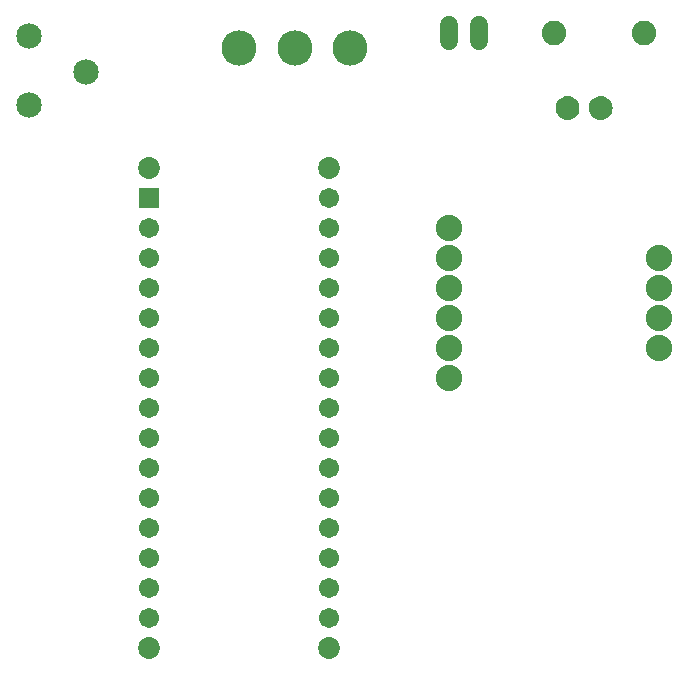
<source format=gbr>
G04 EAGLE Gerber RS-274X export*
G75*
%MOMM*%
%FSLAX34Y34*%
%LPD*%
%INSoldermask Bottom*%
%IPPOS*%
%AMOC8*
5,1,8,0,0,1.08239X$1,22.5*%
G01*
%ADD10C,1.524000*%
%ADD11C,2.153200*%
%ADD12R,1.711200X1.711200*%
%ADD13C,1.711200*%
%ADD14C,1.854200*%
%ADD15C,2.082800*%
%ADD16C,2.978200*%
%ADD17C,2.235200*%

G36*
X826760Y637597D02*
X826760Y637597D01*
X826825Y637593D01*
X828656Y637753D01*
X828702Y637766D01*
X828778Y637776D01*
X830542Y638290D01*
X830586Y638311D01*
X830658Y638336D01*
X832288Y639185D01*
X832326Y639214D01*
X832392Y639253D01*
X833825Y640403D01*
X833857Y640439D01*
X833914Y640490D01*
X835095Y641898D01*
X835119Y641939D01*
X835165Y642000D01*
X835710Y642993D01*
X836049Y643612D01*
X836064Y643657D01*
X836098Y643726D01*
X836650Y645479D01*
X836656Y645526D01*
X836676Y645600D01*
X836876Y647427D01*
X836872Y647473D01*
X836878Y647542D01*
X836755Y649218D01*
X836744Y649261D01*
X836738Y649327D01*
X836327Y650957D01*
X836308Y650997D01*
X836290Y651061D01*
X835602Y652594D01*
X835577Y652631D01*
X835548Y652691D01*
X834604Y654081D01*
X834573Y654113D01*
X834535Y654167D01*
X833364Y655373D01*
X833328Y655399D01*
X833280Y655445D01*
X831918Y656429D01*
X831877Y656448D01*
X831823Y656485D01*
X830310Y657218D01*
X830267Y657230D01*
X830207Y657257D01*
X828590Y657715D01*
X828545Y657720D01*
X828481Y657736D01*
X826809Y657907D01*
X826761Y657903D01*
X826682Y657907D01*
X825010Y657741D01*
X824967Y657729D01*
X824902Y657720D01*
X823284Y657266D01*
X823243Y657247D01*
X823180Y657227D01*
X821666Y656499D01*
X821630Y656473D01*
X821571Y656443D01*
X820206Y655462D01*
X820175Y655430D01*
X820122Y655390D01*
X818948Y654188D01*
X818923Y654151D01*
X818878Y654103D01*
X817931Y652715D01*
X817913Y652674D01*
X817877Y652618D01*
X817185Y651087D01*
X817174Y651044D01*
X817148Y650983D01*
X816733Y649354D01*
X816730Y649310D01*
X816715Y649245D01*
X816589Y647570D01*
X816593Y647523D01*
X816591Y647451D01*
X816796Y645616D01*
X816810Y645569D01*
X816822Y645494D01*
X817382Y643733D01*
X817405Y643691D01*
X817431Y643619D01*
X818324Y642002D01*
X818354Y641964D01*
X818394Y641899D01*
X819585Y640487D01*
X819622Y640456D01*
X819674Y640400D01*
X821118Y639247D01*
X821160Y639225D01*
X821222Y639180D01*
X822863Y638331D01*
X822909Y638317D01*
X822978Y638285D01*
X824753Y637772D01*
X824801Y637767D01*
X824876Y637750D01*
X826716Y637593D01*
X826760Y637597D01*
G37*
G36*
X798769Y637597D02*
X798769Y637597D01*
X798834Y637593D01*
X800665Y637753D01*
X800711Y637766D01*
X800787Y637776D01*
X802551Y638290D01*
X802595Y638311D01*
X802667Y638336D01*
X804297Y639185D01*
X804335Y639214D01*
X804401Y639253D01*
X805834Y640403D01*
X805866Y640439D01*
X805923Y640490D01*
X807104Y641898D01*
X807128Y641939D01*
X807174Y642000D01*
X807719Y642993D01*
X808058Y643612D01*
X808073Y643657D01*
X808107Y643726D01*
X808659Y645479D01*
X808665Y645526D01*
X808685Y645600D01*
X808885Y647427D01*
X808881Y647473D01*
X808887Y647542D01*
X808764Y649218D01*
X808753Y649261D01*
X808747Y649327D01*
X808336Y650957D01*
X808317Y650997D01*
X808299Y651061D01*
X807611Y652594D01*
X807586Y652631D01*
X807557Y652691D01*
X806613Y654081D01*
X806582Y654113D01*
X806544Y654167D01*
X805373Y655373D01*
X805337Y655399D01*
X805289Y655445D01*
X803927Y656429D01*
X803886Y656448D01*
X803832Y656485D01*
X802319Y657218D01*
X802276Y657230D01*
X802216Y657257D01*
X800599Y657715D01*
X800554Y657720D01*
X800490Y657736D01*
X798818Y657907D01*
X798770Y657903D01*
X798691Y657907D01*
X797019Y657741D01*
X796976Y657729D01*
X796911Y657720D01*
X795293Y657266D01*
X795252Y657247D01*
X795189Y657227D01*
X793675Y656499D01*
X793639Y656473D01*
X793580Y656443D01*
X792215Y655462D01*
X792184Y655430D01*
X792131Y655390D01*
X790957Y654188D01*
X790932Y654151D01*
X790887Y654103D01*
X789940Y652715D01*
X789922Y652674D01*
X789886Y652618D01*
X789194Y651087D01*
X789183Y651044D01*
X789157Y650983D01*
X788742Y649354D01*
X788739Y649310D01*
X788724Y649245D01*
X788598Y647570D01*
X788602Y647523D01*
X788600Y647451D01*
X788805Y645616D01*
X788819Y645569D01*
X788831Y645494D01*
X789391Y643733D01*
X789414Y643691D01*
X789440Y643619D01*
X790333Y642002D01*
X790363Y641964D01*
X790403Y641899D01*
X791594Y640487D01*
X791631Y640456D01*
X791683Y640400D01*
X793127Y639247D01*
X793169Y639225D01*
X793231Y639180D01*
X794872Y638331D01*
X794918Y638317D01*
X794987Y638285D01*
X796762Y637772D01*
X796810Y637767D01*
X796885Y637750D01*
X798725Y637593D01*
X798769Y637597D01*
G37*
D10*
X723900Y704596D02*
X723900Y717804D01*
X698500Y717804D02*
X698500Y704596D01*
D11*
X342900Y708500D03*
X342900Y650500D03*
X390900Y678500D03*
D12*
X444500Y571500D03*
D13*
X444500Y546100D03*
X444500Y520700D03*
X444500Y495300D03*
X444500Y469900D03*
X444500Y444500D03*
X444500Y419100D03*
X444500Y393700D03*
X444500Y368300D03*
X444500Y342900D03*
X444500Y317500D03*
X444500Y292100D03*
X596900Y571500D03*
X596900Y546100D03*
X596900Y520700D03*
X596900Y495300D03*
X596900Y469900D03*
X596900Y444500D03*
X596900Y393700D03*
X596900Y368300D03*
X596900Y317500D03*
X596900Y292100D03*
X596900Y342900D03*
X596900Y419100D03*
X444500Y266700D03*
X444500Y241300D03*
X444500Y215900D03*
X596900Y266700D03*
X596900Y241300D03*
X596900Y215900D03*
D14*
X444500Y190500D03*
X596900Y190500D03*
X596900Y596900D03*
X444500Y596900D03*
D15*
X863600Y711200D03*
X787400Y711200D03*
D16*
X520700Y698500D03*
X567700Y698500D03*
X614700Y698500D03*
D17*
X876300Y520700D03*
X876300Y495300D03*
X876300Y469900D03*
X876300Y444500D03*
X698500Y444500D03*
X698500Y419100D03*
X698500Y469900D03*
X698500Y495300D03*
X698500Y520700D03*
X698500Y546100D03*
M02*

</source>
